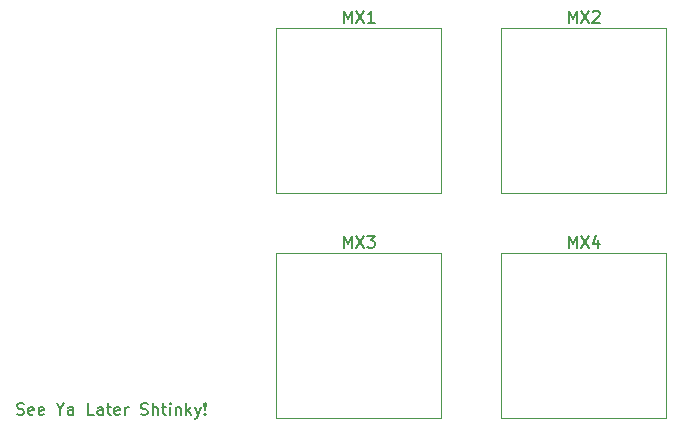
<source format=gto>
G04 #@! TF.GenerationSoftware,KiCad,Pcbnew,(6.0.11)*
G04 #@! TF.CreationDate,2023-02-25T22:31:06-07:00*
G04 #@! TF.ProjectId,Stubborness,53747562-626f-4726-9e65-73732e6b6963,rev?*
G04 #@! TF.SameCoordinates,Original*
G04 #@! TF.FileFunction,Legend,Top*
G04 #@! TF.FilePolarity,Positive*
%FSLAX46Y46*%
G04 Gerber Fmt 4.6, Leading zero omitted, Abs format (unit mm)*
G04 Created by KiCad (PCBNEW (6.0.11)) date 2023-02-25 22:31:06*
%MOMM*%
%LPD*%
G01*
G04 APERTURE LIST*
%ADD10C,0.150000*%
%ADD11C,0.120000*%
%ADD12C,1.700000*%
%ADD13C,4.000000*%
%ADD14C,2.200000*%
%ADD15O,1.700000X2.700000*%
G04 APERTURE END LIST*
D10*
X50443809Y-160678761D02*
X50586666Y-160726380D01*
X50824761Y-160726380D01*
X50920000Y-160678761D01*
X50967619Y-160631142D01*
X51015238Y-160535904D01*
X51015238Y-160440666D01*
X50967619Y-160345428D01*
X50920000Y-160297809D01*
X50824761Y-160250190D01*
X50634285Y-160202571D01*
X50539047Y-160154952D01*
X50491428Y-160107333D01*
X50443809Y-160012095D01*
X50443809Y-159916857D01*
X50491428Y-159821619D01*
X50539047Y-159774000D01*
X50634285Y-159726380D01*
X50872380Y-159726380D01*
X51015238Y-159774000D01*
X51824761Y-160678761D02*
X51729523Y-160726380D01*
X51539047Y-160726380D01*
X51443809Y-160678761D01*
X51396190Y-160583523D01*
X51396190Y-160202571D01*
X51443809Y-160107333D01*
X51539047Y-160059714D01*
X51729523Y-160059714D01*
X51824761Y-160107333D01*
X51872380Y-160202571D01*
X51872380Y-160297809D01*
X51396190Y-160393047D01*
X52681904Y-160678761D02*
X52586666Y-160726380D01*
X52396190Y-160726380D01*
X52300952Y-160678761D01*
X52253333Y-160583523D01*
X52253333Y-160202571D01*
X52300952Y-160107333D01*
X52396190Y-160059714D01*
X52586666Y-160059714D01*
X52681904Y-160107333D01*
X52729523Y-160202571D01*
X52729523Y-160297809D01*
X52253333Y-160393047D01*
X54110476Y-160250190D02*
X54110476Y-160726380D01*
X53777142Y-159726380D02*
X54110476Y-160250190D01*
X54443809Y-159726380D01*
X55205714Y-160726380D02*
X55205714Y-160202571D01*
X55158095Y-160107333D01*
X55062857Y-160059714D01*
X54872380Y-160059714D01*
X54777142Y-160107333D01*
X55205714Y-160678761D02*
X55110476Y-160726380D01*
X54872380Y-160726380D01*
X54777142Y-160678761D01*
X54729523Y-160583523D01*
X54729523Y-160488285D01*
X54777142Y-160393047D01*
X54872380Y-160345428D01*
X55110476Y-160345428D01*
X55205714Y-160297809D01*
X56920000Y-160726380D02*
X56443809Y-160726380D01*
X56443809Y-159726380D01*
X57681904Y-160726380D02*
X57681904Y-160202571D01*
X57634285Y-160107333D01*
X57539047Y-160059714D01*
X57348571Y-160059714D01*
X57253333Y-160107333D01*
X57681904Y-160678761D02*
X57586666Y-160726380D01*
X57348571Y-160726380D01*
X57253333Y-160678761D01*
X57205714Y-160583523D01*
X57205714Y-160488285D01*
X57253333Y-160393047D01*
X57348571Y-160345428D01*
X57586666Y-160345428D01*
X57681904Y-160297809D01*
X58015238Y-160059714D02*
X58396190Y-160059714D01*
X58158095Y-159726380D02*
X58158095Y-160583523D01*
X58205714Y-160678761D01*
X58300952Y-160726380D01*
X58396190Y-160726380D01*
X59110476Y-160678761D02*
X59015238Y-160726380D01*
X58824761Y-160726380D01*
X58729523Y-160678761D01*
X58681904Y-160583523D01*
X58681904Y-160202571D01*
X58729523Y-160107333D01*
X58824761Y-160059714D01*
X59015238Y-160059714D01*
X59110476Y-160107333D01*
X59158095Y-160202571D01*
X59158095Y-160297809D01*
X58681904Y-160393047D01*
X59586666Y-160726380D02*
X59586666Y-160059714D01*
X59586666Y-160250190D02*
X59634285Y-160154952D01*
X59681904Y-160107333D01*
X59777142Y-160059714D01*
X59872380Y-160059714D01*
X60920000Y-160678761D02*
X61062857Y-160726380D01*
X61300952Y-160726380D01*
X61396190Y-160678761D01*
X61443809Y-160631142D01*
X61491428Y-160535904D01*
X61491428Y-160440666D01*
X61443809Y-160345428D01*
X61396190Y-160297809D01*
X61300952Y-160250190D01*
X61110476Y-160202571D01*
X61015238Y-160154952D01*
X60967619Y-160107333D01*
X60920000Y-160012095D01*
X60920000Y-159916857D01*
X60967619Y-159821619D01*
X61015238Y-159774000D01*
X61110476Y-159726380D01*
X61348571Y-159726380D01*
X61491428Y-159774000D01*
X61920000Y-160726380D02*
X61920000Y-159726380D01*
X62348571Y-160726380D02*
X62348571Y-160202571D01*
X62300952Y-160107333D01*
X62205714Y-160059714D01*
X62062857Y-160059714D01*
X61967619Y-160107333D01*
X61920000Y-160154952D01*
X62681904Y-160059714D02*
X63062857Y-160059714D01*
X62824761Y-159726380D02*
X62824761Y-160583523D01*
X62872380Y-160678761D01*
X62967619Y-160726380D01*
X63062857Y-160726380D01*
X63396190Y-160726380D02*
X63396190Y-160059714D01*
X63396190Y-159726380D02*
X63348571Y-159774000D01*
X63396190Y-159821619D01*
X63443809Y-159774000D01*
X63396190Y-159726380D01*
X63396190Y-159821619D01*
X63872380Y-160059714D02*
X63872380Y-160726380D01*
X63872380Y-160154952D02*
X63920000Y-160107333D01*
X64015238Y-160059714D01*
X64158095Y-160059714D01*
X64253333Y-160107333D01*
X64300952Y-160202571D01*
X64300952Y-160726380D01*
X64777142Y-160726380D02*
X64777142Y-159726380D01*
X64872380Y-160345428D02*
X65158095Y-160726380D01*
X65158095Y-160059714D02*
X64777142Y-160440666D01*
X65491428Y-160059714D02*
X65729523Y-160726380D01*
X65967619Y-160059714D02*
X65729523Y-160726380D01*
X65634285Y-160964476D01*
X65586666Y-161012095D01*
X65491428Y-161059714D01*
X66348571Y-160631142D02*
X66396190Y-160678761D01*
X66348571Y-160726380D01*
X66300952Y-160678761D01*
X66348571Y-160631142D01*
X66348571Y-160726380D01*
X66348571Y-160345428D02*
X66300952Y-159774000D01*
X66348571Y-159726380D01*
X66396190Y-159774000D01*
X66348571Y-160345428D01*
X66348571Y-159726380D01*
G04 #@! TO.C,MX4*
X97139285Y-146565880D02*
X97139285Y-145565880D01*
X97472619Y-146280166D01*
X97805952Y-145565880D01*
X97805952Y-146565880D01*
X98186904Y-145565880D02*
X98853571Y-146565880D01*
X98853571Y-145565880D02*
X98186904Y-146565880D01*
X99663095Y-145899214D02*
X99663095Y-146565880D01*
X99425000Y-145518261D02*
X99186904Y-146232547D01*
X99805952Y-146232547D01*
G04 #@! TO.C,MX3*
X78089285Y-146565880D02*
X78089285Y-145565880D01*
X78422619Y-146280166D01*
X78755952Y-145565880D01*
X78755952Y-146565880D01*
X79136904Y-145565880D02*
X79803571Y-146565880D01*
X79803571Y-145565880D02*
X79136904Y-146565880D01*
X80089285Y-145565880D02*
X80708333Y-145565880D01*
X80375000Y-145946833D01*
X80517857Y-145946833D01*
X80613095Y-145994452D01*
X80660714Y-146042071D01*
X80708333Y-146137309D01*
X80708333Y-146375404D01*
X80660714Y-146470642D01*
X80613095Y-146518261D01*
X80517857Y-146565880D01*
X80232142Y-146565880D01*
X80136904Y-146518261D01*
X80089285Y-146470642D01*
G04 #@! TO.C,MX1*
X78089285Y-127515880D02*
X78089285Y-126515880D01*
X78422619Y-127230166D01*
X78755952Y-126515880D01*
X78755952Y-127515880D01*
X79136904Y-126515880D02*
X79803571Y-127515880D01*
X79803571Y-126515880D02*
X79136904Y-127515880D01*
X80708333Y-127515880D02*
X80136904Y-127515880D01*
X80422619Y-127515880D02*
X80422619Y-126515880D01*
X80327380Y-126658738D01*
X80232142Y-126753976D01*
X80136904Y-126801595D01*
G04 #@! TO.C,MX2*
X97139285Y-127515880D02*
X97139285Y-126515880D01*
X97472619Y-127230166D01*
X97805952Y-126515880D01*
X97805952Y-127515880D01*
X98186904Y-126515880D02*
X98853571Y-127515880D01*
X98853571Y-126515880D02*
X98186904Y-127515880D01*
X99186904Y-126611119D02*
X99234523Y-126563500D01*
X99329761Y-126515880D01*
X99567857Y-126515880D01*
X99663095Y-126563500D01*
X99710714Y-126611119D01*
X99758333Y-126706357D01*
X99758333Y-126801595D01*
X99710714Y-126944452D01*
X99139285Y-127515880D01*
X99758333Y-127515880D01*
D11*
G04 #@! TO.C,MX4*
X91440000Y-160972500D02*
X91440000Y-147002500D01*
X91440000Y-147002500D02*
X105410000Y-147002500D01*
X105410000Y-147002500D02*
X105410000Y-160972500D01*
X105410000Y-160972500D02*
X91440000Y-160972500D01*
G04 #@! TO.C,MX3*
X86360000Y-160972500D02*
X72390000Y-160972500D01*
X72390000Y-147002500D02*
X86360000Y-147002500D01*
X72390000Y-160972500D02*
X72390000Y-147002500D01*
X86360000Y-147002500D02*
X86360000Y-160972500D01*
G04 #@! TO.C,MX1*
X72390000Y-127952500D02*
X86360000Y-127952500D01*
X72390000Y-141922500D02*
X72390000Y-127952500D01*
X86360000Y-127952500D02*
X86360000Y-141922500D01*
X86360000Y-141922500D02*
X72390000Y-141922500D01*
G04 #@! TO.C,MX2*
X105410000Y-127952500D02*
X105410000Y-141922500D01*
X91440000Y-141922500D02*
X91440000Y-127952500D01*
X91440000Y-127952500D02*
X105410000Y-127952500D01*
X105410000Y-141922500D02*
X91440000Y-141922500D01*
G04 #@! TD*
%LPC*%
D12*
G04 #@! TO.C,MX4*
X103505000Y-153987500D03*
X93345000Y-153987500D03*
D13*
X98425000Y-153987500D03*
D14*
X100965000Y-148907500D03*
X94615000Y-151447500D03*
G04 #@! TD*
D12*
G04 #@! TO.C,MX3*
X74295000Y-153987500D03*
X84455000Y-153987500D03*
D13*
X79375000Y-153987500D03*
D14*
X81915000Y-148907500D03*
X75565000Y-151447500D03*
G04 #@! TD*
D12*
G04 #@! TO.C,MX1*
X84455000Y-134937500D03*
D13*
X79375000Y-134937500D03*
D12*
X74295000Y-134937500D03*
D14*
X81915000Y-129857500D03*
X75565000Y-132397500D03*
G04 #@! TD*
D13*
G04 #@! TO.C,MX2*
X98425000Y-134937500D03*
D12*
X93345000Y-134937500D03*
X103505000Y-134937500D03*
D14*
X100965000Y-129857500D03*
X94615000Y-132397500D03*
G04 #@! TD*
D15*
G04 #@! TO.C,USB1*
X40734000Y-131627000D03*
X33434000Y-127127000D03*
X40734000Y-127127000D03*
X33434000Y-131627000D03*
G04 #@! TD*
M02*

</source>
